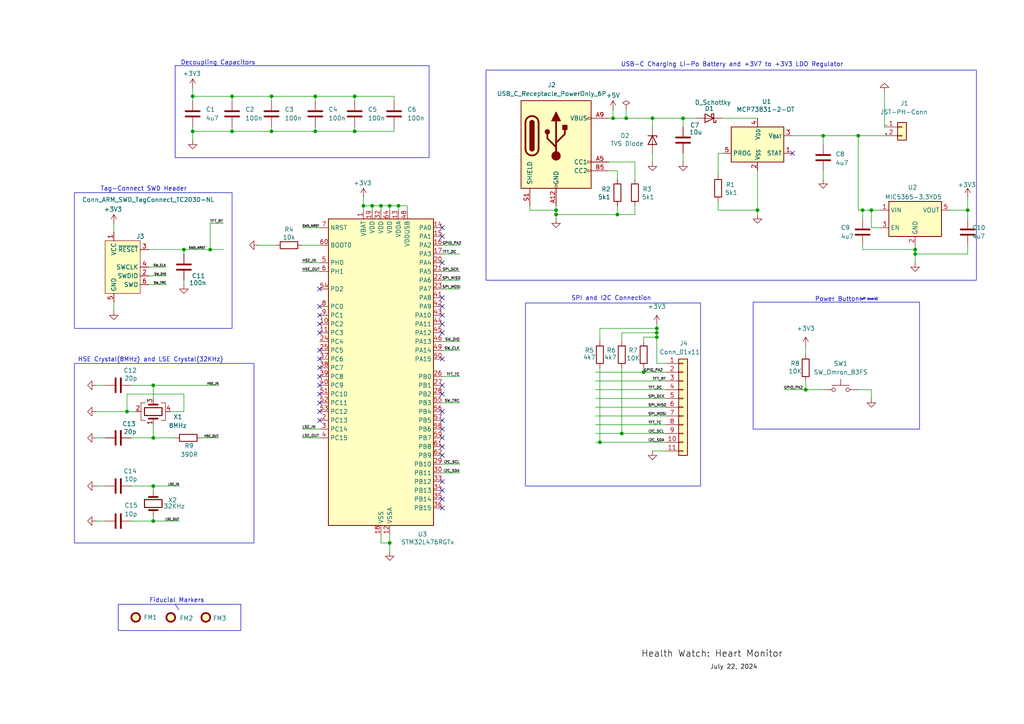
<source format=kicad_sch>
(kicad_sch (version 20231120) (generator "eeschema") (generator_version "8.0")
  (paper "A4")
  (junction (at 110.49 59.69))
  (junction (at 67.31 27.94))
  (junction (at 190.5 96.52))
  (junction (at 179.07 62.23))
  (junction (at 78.74 38.1))
  (junction (at 102.87 38.1))
  (junction (at 248.92 39.37))
  (junction (at 55.88 38.1))
  (junction (at 78.74 27.94))
  (junction (at 53.34 72.39))
  (junction (at 238.76 39.37))
  (junction (at 67.31 38.1))
  (junction (at 186.69 107.95))
  (junction (at 252.73 60.96))
  (junction (at 181.61 34.29))
  (junction (at 180.34 125.73))
  (junction (at 177.8 34.29))
  (junction (at 198.12 34.29))
  (junction (at 105.41 59.69))
  (junction (at 44.45 151.13))
  (junction (at 280.67 60.96))
  (junction (at 265.43 73.66))
  (junction (at 36.83 119.38))
  (junction (at 265.43 72.39))
  (junction (at 250.19 60.96))
  (junction (at 173.99 128.27))
  (junction (at 161.29 62.23))
  (junction (at 44.45 140.97))
  (junction (at 44.45 111.76))
  (junction (at 55.88 27.94))
  (junction (at 189.23 34.29))
  (junction (at 60.96 72.39))
  (junction (at 115.57 59.69))
  (junction (at 102.87 27.94))
  (junction (at 91.44 38.1))
  (junction (at 190.5 97.79))
  (junction (at 161.29 60.96))
  (junction (at 113.03 59.69))
  (junction (at 219.71 60.96))
  (junction (at 91.44 27.94))
  (junction (at 44.45 127))
  (junction (at 107.95 59.69))
  (junction (at 190.5 95.25))
  (junction (at 233.68 113.03))
  (junction (at 113.03 157.48))
  (no_connect (at 92.71 121.92))
  (no_connect (at 92.71 88.9))
  (no_connect (at 128.27 66.04))
  (no_connect (at 128.27 96.52))
  (no_connect (at 92.71 119.38))
  (no_connect (at 92.71 109.22))
  (no_connect (at 229.87 44.45))
  (no_connect (at 128.27 104.14))
  (no_connect (at 128.27 144.78))
  (no_connect (at 92.71 96.52))
  (no_connect (at 128.27 132.08))
  (no_connect (at 128.27 86.36))
  (no_connect (at 128.27 93.98))
  (no_connect (at 128.27 68.58))
  (no_connect (at 128.27 142.24))
  (no_connect (at 128.27 88.9))
  (no_connect (at 128.27 147.32))
  (no_connect (at 92.71 93.98))
  (no_connect (at 92.71 101.6))
  (no_connect (at 128.27 111.76))
  (no_connect (at 128.27 121.92))
  (no_connect (at 128.27 139.7))
  (no_connect (at 128.27 76.2))
  (no_connect (at 92.71 111.76))
  (no_connect (at 92.71 104.14))
  (no_connect (at 128.27 91.44))
  (no_connect (at 92.71 114.3))
  (no_connect (at 128.27 129.54))
  (no_connect (at 92.71 106.68))
  (no_connect (at 92.71 83.82))
  (no_connect (at 92.71 116.84))
  (no_connect (at 128.27 119.38))
  (no_connect (at 128.27 114.3))
  (no_connect (at 128.27 124.46))
  (no_connect (at 128.27 127))
  (no_connect (at 92.71 91.44))
  (wire (pts (xy 180.34 125.73) (xy 193.04 125.73)))
  (wire (pts (xy 265.43 71.12) (xy 265.43 72.39)))
  (wire (pts (xy 184.15 46.99) (xy 184.15 52.07)))
  (wire (pts (xy 113.03 157.48) (xy 113.03 160.02)))
  (wire (pts (xy 252.73 60.96) (xy 255.27 60.96)))
  (wire (pts (xy 128.27 78.74) (xy 133.35 78.74)))
  (wire (pts (xy 184.15 59.69) (xy 184.15 62.23)))
  (wire (pts (xy 44.45 140.97) (xy 38.1 140.97)))
  (wire (pts (xy 250.19 60.96) (xy 252.73 60.96)))
  (wire (pts (xy 198.12 34.29) (xy 198.12 36.83)))
  (wire (pts (xy 209.55 44.45) (xy 208.28 44.45)))
  (wire (pts (xy 265.43 73.66) (xy 280.67 73.66)))
  (wire (pts (xy 189.23 44.45) (xy 189.23 46.99)))
  (wire (pts (xy 233.68 110.49) (xy 233.68 113.03)))
  (wire (pts (xy 102.87 27.94) (xy 91.44 27.94)))
  (wire (pts (xy 115.57 60.96) (xy 115.57 59.69)))
  (wire (pts (xy 180.34 106.68) (xy 180.34 125.73)))
  (wire (pts (xy 208.28 44.45) (xy 208.28 50.8)))
  (wire (pts (xy 87.63 76.2) (xy 92.71 76.2)))
  (wire (pts (xy 91.44 27.94) (xy 91.44 29.21)))
  (wire (pts (xy 172.72 125.73) (xy 180.34 125.73)))
  (wire (pts (xy 53.34 81.28) (xy 53.34 82.55)))
  (wire (pts (xy 172.72 115.57) (xy 193.04 115.57)))
  (wire (pts (xy 186.69 107.95) (xy 193.04 107.95)))
  (wire (pts (xy 27.94 119.38) (xy 36.83 119.38)))
  (wire (pts (xy 113.03 60.96) (xy 113.03 59.69)))
  (wire (pts (xy 114.3 27.94) (xy 102.87 27.94)))
  (wire (pts (xy 248.92 113.03) (xy 252.73 113.03)))
  (wire (pts (xy 198.12 44.45) (xy 198.12 46.99)))
  (wire (pts (xy 113.03 154.94) (xy 113.03 157.48)))
  (wire (pts (xy 107.95 59.69) (xy 105.41 59.69)))
  (wire (pts (xy 58.42 127) (xy 63.5 127)))
  (wire (pts (xy 55.88 38.1) (xy 55.88 40.64)))
  (wire (pts (xy 30.48 151.13) (xy 27.94 151.13)))
  (wire (pts (xy 78.74 38.1) (xy 67.31 38.1)))
  (wire (pts (xy 186.69 97.79) (xy 186.69 99.06)))
  (wire (pts (xy 78.74 36.83) (xy 78.74 38.1)))
  (wire (pts (xy 179.07 59.69) (xy 179.07 62.23)))
  (wire (pts (xy 248.92 39.37) (xy 248.92 60.96)))
  (wire (pts (xy 208.28 58.42) (xy 208.28 60.96)))
  (wire (pts (xy 128.27 71.12) (xy 133.35 71.12)))
  (wire (pts (xy 102.87 27.94) (xy 102.87 29.21)))
  (wire (pts (xy 161.29 59.69) (xy 161.29 60.96)))
  (wire (pts (xy 30.48 140.97) (xy 27.94 140.97)))
  (wire (pts (xy 172.72 118.11) (xy 193.04 118.11)))
  (wire (pts (xy 238.76 39.37) (xy 238.76 41.91)))
  (wire (pts (xy 248.92 39.37) (xy 256.54 39.37)))
  (wire (pts (xy 53.34 72.39) (xy 60.96 72.39)))
  (wire (pts (xy 173.99 99.06) (xy 173.99 95.25)))
  (wire (pts (xy 110.49 157.48) (xy 113.03 157.48)))
  (wire (pts (xy 128.27 83.82) (xy 133.35 83.82)))
  (wire (pts (xy 250.19 60.96) (xy 248.92 60.96)))
  (wire (pts (xy 252.73 60.96) (xy 252.73 66.04)))
  (wire (pts (xy 233.68 100.33) (xy 233.68 102.87)))
  (wire (pts (xy 87.63 78.74) (xy 92.71 78.74)))
  (wire (pts (xy 181.61 31.75) (xy 181.61 34.29)))
  (wire (pts (xy 78.74 27.94) (xy 67.31 27.94)))
  (wire (pts (xy 238.76 49.53) (xy 238.76 52.07)))
  (wire (pts (xy 55.88 27.94) (xy 55.88 29.21)))
  (wire (pts (xy 189.23 34.29) (xy 198.12 34.29)))
  (wire (pts (xy 128.27 101.6) (xy 133.35 101.6)))
  (wire (pts (xy 44.45 151.13) (xy 38.1 151.13)))
  (wire (pts (xy 219.71 49.53) (xy 219.71 60.96)))
  (wire (pts (xy 172.72 123.19) (xy 193.04 123.19)))
  (wire (pts (xy 265.43 73.66) (xy 265.43 76.2)))
  (wire (pts (xy 110.49 60.96) (xy 110.49 59.69)))
  (wire (pts (xy 110.49 154.94) (xy 110.49 157.48)))
  (wire (pts (xy 36.83 119.38) (xy 39.37 119.38)))
  (wire (pts (xy 53.34 72.39) (xy 53.34 73.66)))
  (wire (pts (xy 161.29 62.23) (xy 161.29 63.5)))
  (wire (pts (xy 172.72 128.27) (xy 173.99 128.27)))
  (wire (pts (xy 55.88 25.4) (xy 55.88 27.94)))
  (wire (pts (xy 43.18 82.55) (xy 48.26 82.55)))
  (wire (pts (xy 172.72 110.49) (xy 193.04 110.49)))
  (wire (pts (xy 173.99 128.27) (xy 193.04 128.27)))
  (wire (pts (xy 67.31 27.94) (xy 67.31 29.21)))
  (wire (pts (xy 43.18 72.39) (xy 53.34 72.39)))
  (wire (pts (xy 60.96 72.39) (xy 60.96 64.77)))
  (wire (pts (xy 38.1 127) (xy 44.45 127)))
  (wire (pts (xy 44.45 127) (xy 50.8 127)))
  (wire (pts (xy 180.34 96.52) (xy 190.5 96.52)))
  (wire (pts (xy 280.67 60.96) (xy 275.59 60.96)))
  (wire (pts (xy 114.3 29.21) (xy 114.3 27.94)))
  (wire (pts (xy 128.27 99.06) (xy 133.35 99.06)))
  (wire (pts (xy 44.45 123.19) (xy 44.45 127)))
  (wire (pts (xy 44.45 149.86) (xy 44.45 151.13)))
  (wire (pts (xy 176.53 49.53) (xy 179.07 49.53)))
  (wire (pts (xy 250.19 71.12) (xy 250.19 72.39)))
  (wire (pts (xy 172.72 107.95) (xy 186.69 107.95)))
  (wire (pts (xy 60.96 64.77) (xy 64.77 64.77)))
  (wire (pts (xy 176.53 46.99) (xy 184.15 46.99)))
  (wire (pts (xy 177.8 34.29) (xy 181.61 34.29)))
  (wire (pts (xy 102.87 38.1) (xy 91.44 38.1)))
  (wire (pts (xy 179.07 62.23) (xy 161.29 62.23)))
  (wire (pts (xy 265.43 72.39) (xy 265.43 73.66)))
  (wire (pts (xy 33.02 87.63) (xy 33.02 90.17)))
  (wire (pts (xy 193.04 130.81) (xy 189.23 130.81)))
  (wire (pts (xy 128.27 116.84) (xy 133.35 116.84)))
  (wire (pts (xy 43.18 77.47) (xy 48.26 77.47)))
  (wire (pts (xy 233.68 113.03) (xy 238.76 113.03)))
  (wire (pts (xy 114.3 38.1) (xy 102.87 38.1)))
  (wire (pts (xy 87.63 127) (xy 92.71 127)))
  (wire (pts (xy 128.27 137.16) (xy 133.35 137.16)))
  (wire (pts (xy 181.61 34.29) (xy 189.23 34.29)))
  (wire (pts (xy 186.69 97.79) (xy 190.5 97.79)))
  (wire (pts (xy 27.94 111.76) (xy 30.48 111.76)))
  (wire (pts (xy 227.33 113.03) (xy 233.68 113.03)))
  (wire (pts (xy 118.11 60.96) (xy 118.11 59.69)))
  (wire (pts (xy 193.04 105.41) (xy 190.5 105.41)))
  (wire (pts (xy 198.12 34.29) (xy 201.93 34.29)))
  (wire (pts (xy 44.45 142.24) (xy 44.45 140.97)))
  (wire (pts (xy 172.72 120.65) (xy 193.04 120.65)))
  (wire (pts (xy 209.55 34.29) (xy 219.71 34.29)))
  (wire (pts (xy 44.45 151.13) (xy 52.07 151.13)))
  (wire (pts (xy 91.44 27.94) (xy 78.74 27.94)))
  (wire (pts (xy 36.83 114.3) (xy 36.83 119.38)))
  (wire (pts (xy 105.41 57.15) (xy 105.41 59.69)))
  (wire (pts (xy 52.07 140.97) (xy 44.45 140.97)))
  (wire (pts (xy 49.53 119.38) (xy 53.34 119.38)))
  (wire (pts (xy 113.03 59.69) (xy 110.49 59.69)))
  (wire (pts (xy 161.29 60.96) (xy 161.29 62.23)))
  (wire (pts (xy 128.27 109.22) (xy 133.35 109.22)))
  (wire (pts (xy 115.57 59.69) (xy 113.03 59.69)))
  (wire (pts (xy 153.67 60.96) (xy 161.29 60.96)))
  (wire (pts (xy 173.99 106.68) (xy 173.99 128.27)))
  (wire (pts (xy 189.23 34.29) (xy 189.23 36.83)))
  (wire (pts (xy 190.5 95.25) (xy 190.5 96.52)))
  (wire (pts (xy 38.1 111.76) (xy 44.45 111.76)))
  (wire (pts (xy 43.18 80.01) (xy 48.26 80.01)))
  (wire (pts (xy 256.54 36.83) (xy 256.54 26.67)))
  (wire (pts (xy 53.34 114.3) (xy 36.83 114.3)))
  (wire (pts (xy 128.27 81.28) (xy 133.35 81.28)))
  (wire (pts (xy 190.5 96.52) (xy 190.5 97.79)))
  (wire (pts (xy 208.28 60.96) (xy 219.71 60.96)))
  (wire (pts (xy 186.69 106.68) (xy 186.69 107.95)))
  (wire (pts (xy 255.27 66.04) (xy 252.73 66.04)))
  (wire (pts (xy 78.74 27.94) (xy 78.74 29.21)))
  (wire (pts (xy 105.41 59.69) (xy 105.41 60.96)))
  (wire (pts (xy 44.45 115.57) (xy 44.45 111.76)))
  (wire (pts (xy 91.44 38.1) (xy 78.74 38.1)))
  (wire (pts (xy 153.67 59.69) (xy 153.67 60.96)))
  (wire (pts (xy 250.19 60.96) (xy 250.19 63.5)))
  (wire (pts (xy 74.93 71.12) (xy 80.01 71.12)))
  (wire (pts (xy 33.02 64.77) (xy 33.02 67.31)))
  (wire (pts (xy 252.73 113.03) (xy 252.73 115.57)))
  (wire (pts (xy 172.72 113.03) (xy 193.04 113.03)))
  (wire (pts (xy 44.45 111.76) (xy 63.5 111.76)))
  (wire (pts (xy 87.63 71.12) (xy 92.71 71.12)))
  (wire (pts (xy 250.19 72.39) (xy 265.43 72.39)))
  (wire (pts (xy 184.15 62.23) (xy 179.07 62.23)))
  (wire (pts (xy 190.5 97.79) (xy 190.5 105.41)))
  (wire (pts (xy 219.71 60.96) (xy 219.71 62.23)))
  (wire (pts (xy 179.07 49.53) (xy 179.07 52.07)))
  (wire (pts (xy 114.3 36.83) (xy 114.3 38.1)))
  (wire (pts (xy 67.31 36.83) (xy 67.31 38.1)))
  (wire (pts (xy 280.67 60.96) (xy 280.67 63.5)))
  (wire (pts (xy 280.67 57.15) (xy 280.67 60.96)))
  (wire (pts (xy 177.8 31.75) (xy 177.8 34.29)))
  (wire (pts (xy 229.87 39.37) (xy 238.76 39.37)))
  (wire (pts (xy 180.34 99.06) (xy 180.34 96.52)))
  (wire (pts (xy 27.94 127) (xy 30.48 127)))
  (wire (pts (xy 118.11 59.69) (xy 115.57 59.69)))
  (wire (pts (xy 173.99 95.25) (xy 190.5 95.25)))
  (wire (pts (xy 238.76 39.37) (xy 248.92 39.37)))
  (wire (pts (xy 67.31 38.1) (xy 55.88 38.1)))
  (wire (pts (xy 87.63 66.04) (xy 92.71 66.04)))
  (wire (pts (xy 87.63 124.46) (xy 92.71 124.46)))
  (wire (pts (xy 176.53 34.29) (xy 177.8 34.29)))
  (wire (pts (xy 53.34 119.38) (xy 53.34 114.3)))
  (wire (pts (xy 107.95 60.96) (xy 107.95 59.69)))
  (wire (pts (xy 128.27 73.66) (xy 133.35 73.66)))
  (wire (pts (xy 128.27 134.62) (xy 133.35 134.62)))
  (wire (pts (xy 190.5 93.98) (xy 190.5 95.25)))
  (wire (pts (xy 91.44 36.83) (xy 91.44 38.1)))
  (wire (pts (xy 280.67 71.12) (xy 280.67 73.66)))
  (wire (pts (xy 102.87 36.83) (xy 102.87 38.1)))
  (wire (pts (xy 60.96 72.39) (xy 64.77 72.39)))
  (wire (pts (xy 67.31 27.94) (xy 55.88 27.94)))
  (wire (pts (xy 110.49 59.69) (xy 107.95 59.69)))
  (wire (pts (xy 55.88 38.1) (xy 55.88 36.83)))
  (rectangle (start 34.29 175.26) (end 69.85 182.88))
  (rectangle (start 50.8 19.05) (end 124.46 45.72))
  (rectangle (start 140.97 20.32) (end 283.21 81.28))
  (rectangle (start 152.4 87.884) (end 203.2 140.97))
  (rectangle (start 218.44 87.63) (end 266.7 124.46))
  (rectangle (start 21.59 55.88) (end 67.31 95.25))
  (rectangle (start 21.59 105.41) (end 73.66 157.48))
  (text "Decoupling Capacitors\n" (at 63.246 18.288 0) (effects (font (size 1.27 1.27))))
  (text "(off board)" (at 251.968 86.868 0) (effects (font (size 0.635 0.635))))
  (text "Health Watch: Heart Monitor" (at 206.502 189.738 0) (effects (font (size 1.905 1.905))))
  (text "Tag-Connect SWD Header" (at 41.656 54.864 0) (effects (font (size 1.27 1.27))))
  (text "USB-C Charging Li-Po Battery and +3V7 to +3V3 LDO Regulator\n\n" (at 212.344 19.812 0) (effects (font (size 1.27 1.27))))
  (text "Power Button\n" (at 242.824 86.868 0) (effects (font (size 1.27 1.27))))
  (text "SPI and I2C Connection\n" (at 177.292 86.614 0) (effects (font (size 1.27 1.27))))
  (text "HSE Crystal(8MHz) and LSE Crystal(32KHz)" (at 43.688 104.394 0) (effects (font (size 1.27 1.27))))
  (text "July 22, 2024" (at 212.852 193.548 0) (effects (font (size 1.27 1.27))))
  (text "Fiducial Markers\n\\" (at 51.308 175.26 0) (effects (font (size 1.27 1.27))))
  (label "I2C_SCL" (at 187.96 125.73 0) (effects (font (size 0.762 0.762))))
  (label "HSE_OUT" (at 63.5 127 180) (effects (font (size 0.635 0.635))))
  (label "HSE_OUT" (at 87.63 78.74 0) (effects (font (size 0.762 0.762))))
  (label "GPIO_PA2" (at 128.27 71.12 0) (effects (font (size 0.762 0.762))))
  (label "TFT_DC" (at 128.27 73.66 0) (effects (font (size 0.762 0.762))))
  (label "LSE_OUT" (at 52.07 151.13 180) (effects (font (size 0.635 0.635))))
  (label "SPI_MISO" (at 128.27 81.28 0) (effects (font (size 0.762 0.762))))
  (label "SPI_MOSI" (at 187.96 120.65 0) (effects (font (size 0.762 0.762))))
  (label "LSE_IN" (at 87.63 124.46 0) (effects (font (size 0.762 0.762))))
  (label "SWD_NRST" (at 87.63 66.04 0) (effects (font (size 0.635 0.635))))
  (label "TFT_TC" (at 187.96 123.19 0) (effects (font (size 0.762 0.762))))
  (label "TFT_DC" (at 187.96 113.03 0) (effects (font (size 0.762 0.762))))
  (label "SW_DIO" (at 133.35 99.06 180) (effects (font (size 0.762 0.762))))
  (label "+" (at 256.54 39.37 0) (effects (font (size 0.635 0.635))))
  (label "TFT_TC" (at 133.35 109.22 180) (effects (font (size 0.762 0.762))))
  (label "HSE_IN" (at 87.63 76.2 0) (effects (font (size 0.762 0.762))))
  (label "SPI_SCK" (at 128.27 78.74 0) (effects (font (size 0.762 0.762))))
  (label "SW_CLK" (at 133.35 101.6 180) (effects (font (size 0.762 0.762))))
  (label "SPI_MISO" (at 187.96 118.11 0) (effects (font (size 0.762 0.762))))
  (label "-" (at 256.54 36.83 0) (effects (font (size 0.635 0.635))))
  (label "I2C_SCL" (at 133.35 134.62 180) (effects (font (size 0.762 0.762))))
  (label "I2C_SDA" (at 133.35 137.16 180) (effects (font (size 0.762 0.762))))
  (label "LSE_IN" (at 52.07 140.97 180) (effects (font (size 0.635 0.635))))
  (label "I2C_SDA" (at 187.96 128.27 0) (effects (font (size 0.762 0.762))))
  (label "SW_CLK" (at 48.26 77.47 180) (effects (font (size 0.635 0.635))))
  (label "LSE_OUT" (at 87.63 127 0) (effects (font (size 0.762 0.762))))
  (label "SW_DIO" (at 48.26 80.01 180) (effects (font (size 0.635 0.635))))
  (label "SPI_MOSI" (at 128.27 83.82 0) (effects (font (size 0.762 0.762))))
  (label "SPI_SCK" (at 187.96 115.57 0) (effects (font (size 0.762 0.762))))
  (label "GPIO_PA2" (at 227.33 113.03 0) (effects (font (size 0.762 0.762))))
  (label "TFT_RT" (at 189.23 110.49 0) (effects (font (size 0.762 0.762))))
  (label "TFT_RT" (at 64.77 64.77 180) (effects (font (size 0.762 0.762))))
  (label "GPIO_PA2" (at 186.69 107.95 0) (effects (font (size 0.762 0.762))))
  (label "SWD_NRST" (at 59.69 72.39 180) (effects (font (size 0.635 0.635))))
  (label "HSE_IN" (at 63.5 111.76 180) (effects (font (size 0.635 0.635))))
  (label "SW_TRC" (at 133.35 116.84 180) (effects (font (size 0.762 0.762))))
  (label "SW_TRC" (at 48.26 82.55 180) (effects (font (size 0.635 0.635))))
  (symbol (lib_id "power:GND") (at 74.93 71.12 270) (unit 1)
    (property "Reference" "#PWR012" (effects (hide yes)))
    (property "Value" "GND" (effects (hide yes)))
    (property "Description" "Power symbol creates a global label with name \"GND\" , ground" (effects (hide yes)))
  )
  (symbol (lib_id "Device:C") (at 34.29 140.97 270) (unit 1)
    (property "Reference" "C14" (at 35.814 136.652 90) (effects (justify left)))
    (property "Value" "10p" (at 36.068 138.938 90) (effects (justify left)))
    (property "Footprint" "Capacitor_SMD:C_0402_1005Metric" (effects (hide yes)))
    (property "Description" "Unpolarized capacitor" (effects (hide yes)))
    (property "Distrubutor Link" "https://www.mouser.com/ProductDetail/TAIYO-YUDEN/MBASU105SCH100JFNA01?qs=HFfMDpzxxd0g7wV8xJjM8Q%3D%3D" (effects (hide yes)))
    (property "Manufacturer" "TAIYO YUDEN" (effects (hide yes)))
    (property "Manufacturer Part Number" "MBASU105SCH100JFNA01" (effects (hide yes)))
  )
  (symbol (lib_id "Device:Crystal_GND24") (at 44.45 119.38 90) (unit 1)
    (property "Reference" "X1" (at 51.562 120.904 90))
    (property "Value" "8MHz" (at 51.562 123.444 90))
    (property "Footprint" "Crystal:Crystal_SMD_3225-4Pin_3.2x2.5mm" (effects (hide yes)))
    (property "Description" "Four pin crystal, GND on pins 2 and 4" (effects (hide yes)))
    (property "Distrubutor Link" "https://www.mouser.com/ProductDetail/ECS/ECS-2016MV-080-DN-TR?qs=3Rah4i%252BhyCF9jcrLdRF3LQ%3D%3D" (effects (hide yes)))
    (property "Manufacturer" "ECS" (effects (hide yes)))
    (property "Manufacturer Part Number" "ECS-2016MV-080-DN-TR" (effects (hide yes)))
  )
  (symbol (lib_id "Connector_Generic:Conn_01x02") (at 261.62 36.83 0) (unit 1)
    (property "Reference" "J1" (at 261.112 29.972 0) (effects (justify left)))
    (property "Value" "JST-PH-Conn" (at 255.27 32.512 0) (effects (justify left)))
    (property "Footprint" "Health_Watch:CONN_S2B-PH-K-S_JST" (effects (hide yes)))
    (property "Description" "Generic connector, single row, 01x02, script generated (kicad-library-utils/schlib/autogen/connector/)" (effects (hide yes)))
    (property "Distrubutor Link" "https://www.digikey.com/en/products/detail/jst-sales-america-inc/S2B-PH-K-S/926626" (effects (hide yes)))
    (property "Manufacturer" "	 JST Sales America Inc." (effects (hide yes)))
    (property "Manufacturer Part Number" "	 S2B-PH-K-S" (effects (hide yes)))
  )
  (symbol (lib_id "power:GND") (at 113.03 160.02 0) (unit 1)
    (property "Reference" "#PWR025" (effects (hide yes)))
    (property "Value" "GND" (effects (hide yes)))
    (property "Description" "Power symbol creates a global label with name \"GND\" , ground" (effects (hide yes)))
  )
  (symbol (lib_id "Device:R") (at 54.61 127 90) (unit 1)
    (property "Reference" "R9" (at 54.864 129.286 90))
    (property "Value" "390R" (at 54.864 131.826 90))
    (property "Footprint" "Resistor_SMD:R_0603_1608Metric" (effects (hide yes)))
    (property "Description" "Resistor" (effects (hide yes)))
    (property "Distrubutor Link" "https://www.mouser.com/ProductDetail/Panasonic/ERJ-PA3F3900V?qs=BzJM0faLVqWJGJ93pXcUAw%3D%3D" (effects (hide yes)))
    (property "Manufacturer" "Panasonic" (effects (hide yes)))
    (property "Manufacturer Part Number" "ERJ-PA3F3900V" (effects (hide yes)))
  )
  (symbol (lib_id "power:+3V3") (at 190.5 93.98 0) (unit 1)
    (property "Reference" "#PWR016" (effects (hide yes)))
    (property "Value" "+3V3" (at 190.5 88.9 0))
    (property "Description" "Power symbol creates a global label with name \"+3V3\"" (effects (hide yes)))
  )
  (symbol (lib_id "power:+3V3") (at 233.68 100.33 0) (unit 1)
    (property "Reference" "#PWR017" (effects (hide yes)))
    (property "Value" "+3V3" (at 233.68 95.25 0))
    (property "Description" "Power symbol creates a global label with name \"+3V3\"" (effects (hide yes)))
  )
  (symbol (lib_id "Device:R") (at 184.15 55.88 180) (unit 1)
    (property "Reference" "R3" (at 187.706 54.864 0))
    (property "Value" "5k1" (at 187.96 57.15 0))
    (property "Footprint" "Resistor_SMD:R_0402_1005Metric" (effects (hide yes)))
    (property "Description" "Resistor" (effects (hide yes)))
    (property "Distrubutor Link" "https://www.mouser.com/ProductDetail/Vishay-Beyschlag/MCS04020C5101FE000?qs=wTZ%2FFzl837YsKPLPRIXUbg%3D%3D" (effects (hide yes)))
    (property "Manufacturer" "Vishay / Beyschlag" (effects (hide yes)))
    (property "Manufacturer Part Number" "MCS04020C5101FE000" (effects (hide yes)))
  )
  (symbol (lib_id "Device:Crystal") (at 44.45 146.05 270) (unit 1)
    (property "Reference" "X2" (at 50.038 145.034 90))
    (property "Value" "32KHz" (at 50.546 146.812 90))
    (property "Footprint" "Crystal:Crystal_SMD_EuroQuartz_EQ161-2Pin_3.2x1.5mm" (effects (hide yes)))
    (property "Description" "Two pin crystal" (effects (hide yes)))
    (property "Distrubutor Link" "https://www.mouser.com/ProductDetail/Epson-Timing/FC-135R-32.7680KA-A3?qs=f9yNj16SXrIR19rZDPQCyw%3D%3D" (effects (hide yes)))
    (property "Manufacturer" "Epson Timing" (effects (hide yes)))
    (property "Manufacturer Part Number" "FC-135R 32.7680KA-A3" (effects (hide yes)))
  )
  (symbol (lib_id "Device:C") (at 34.29 151.13 270) (unit 1)
    (property "Reference" "C15" (at 36.068 146.558 90) (effects (justify left)))
    (property "Value" "10p" (at 36.068 149.098 90) (effects (justify left)))
    (property "Footprint" "Capacitor_SMD:C_0402_1005Metric" (effects (hide yes)))
    (property "Description" "Unpolarized capacitor" (effects (hide yes)))
    (property "Distrubutor Link" "https://www.mouser.com/ProductDetail/TAIYO-YUDEN/MBASU105SCH100JFNA01?qs=HFfMDpzxxd0g7wV8xJjM8Q%3D%3D" (effects (hide yes)))
    (property "Manufacturer" "TAIYO YUDEN" (effects (hide yes)))
    (property "Manufacturer Part Number" "MBASU105SCH100JFNA01" (effects (hide yes)))
  )
  (symbol (lib_id "power:+3V3") (at 33.02 64.77 0) (unit 1)
    (property "Reference" "#PWR011" (effects (hide yes)))
    (property "Value" "+3V3" (at 32.766 60.706 0))
    (property "Description" "Power symbol creates a global label with name \"+3V3\"" (effects (hide yes)))
  )
  (symbol (lib_id "MCU_ST_STM32L4:STM32L476RGTx") (at 110.49 109.22 0) (unit 1)
    (property "Reference" "U3" (at 121.158 154.94 0) (effects (justify left)))
    (property "Value" "STM32L476RGTx" (at 116.332 157.226 0) (effects (justify left)))
    (property "Footprint" "Package_QFP:LQFP-64_10x10mm_P0.5mm" (effects (hide yes)))
    (property "Datasheet" "https://www.st.com/resource/en/datasheet/stm32l476rg.pdf" (effects (hide yes)))
    (property "Description" "STMicroelectronics Arm Cortex-M4 MCU, 1024KB flash, 128KB RAM, 80 MHz, 1.71-3.6V, 51 GPIO, LQFP64" (effects (hide yes)))
    (property "Distrubutor Link" "https://www.mouser.com/ProductDetail/STMicroelectronics/STM32L476RGT6?qs=o58qnh%2FCpu44V%252B7CaDZzCA%3D%3D" (effects (hide yes)))
    (property "Manufacturer" "STMicroelectronics" (effects (hide yes)))
    (property "Manufacturer Part Number" "STM32L476RGT6" (effects (hide yes)))
  )
  (symbol (lib_id "power:PWR_FLAG") (at 181.61 31.75 0) (unit 1)
    (property "Reference" "#FLG01" (effects (hide yes)))
    (property "Value" "PWR_FLAG" (effects (hide yes)))
    (property "Description" "Special symbol for telling ERC where power comes from" (effects (hide yes)))
  )
  (symbol (lib_id "Device:C") (at 114.3 33.02 0) (unit 1)
    (property "Reference" "C6" (at 118.11 31.7499 0) (effects (justify left)))
    (property "Value" "100n" (at 118.11 34.2899 0) (effects (justify left)))
    (property "Footprint" "Capacitor_SMD:C_0402_1005Metric" (effects (hide yes)))
    (property "Description" "Unpolarized capacitor" (effects (hide yes)))
    (property "Distrubutor Link" "https://www.mouser.com/ProductDetail/KYOCERA-AVX/0402X7R104KT7AT?qs=DPoM0jnrROXD467pFR2ukA%3D%3D" (effects (hide yes)))
    (property "Manufacturer" "KYOCERA AVX" (effects (hide yes)))
    (property "Manufacturer Part Number" "0402X7R104KT7AT" (effects (hide yes)))
  )
  (symbol (lib_id "Regulator_Linear:MIC5365-3.3YD5") (at 265.43 63.5 0) (unit 1)
    (property "Reference" "U2" (at 264.668 54.356 0))
    (property "Value" "MIC5365-3.3YD5" (at 264.922 57.15 0))
    (property "Footprint" "Package_TO_SOT_SMD:SOT-23-5" (effects (hide yes)))
    (property "Datasheet" "http://ww1.microchip.com/downloads/en/DeviceDoc/mic5365.pdf" (effects (hide yes)))
    (property "Description" "150mA Low-dropout Voltage Regulator, Vout 3.3V, Vin up to 5.5V, SOT-23-5" (effects (hide yes)))
    (property "Distrubutor Link" "https://www.mouser.com/ProductDetail/Microchip-Technology/MIC5365-3.3YD5-TR?qs=U6T8BxXiZAXzRinbbfZRrg%3D%3D" (effects (hide yes)))
    (property "Manufacturer" "Microchip Technology" (effects (hide yes)))
    (property "Manufacturer Part Number" "MIC5365-3.3YD5-TR" (effects (hide yes)))
  )
  (symbol (lib_id "Diode:PTVS5V0Z1USK") (at 189.23 40.64 270) (unit 1)
    (property "Reference" "D2" (at 182.626 39.37 90) (effects (justify right)))
    (property "Value" "TVS Diode" (at 186.69 41.656 90) (effects (justify right)))
    (property "Footprint" "Diode_SMD:D_SOD-923" (effects (hide yes)))
    (property "Datasheet" "https://assets.nexperia.com/documents/data-sheet/PTVS5V0Z1USK.pdf" (effects (hide yes)))
    (property "Description" "5V, 1200W TVS unidirectional diode, DSN1608-2" (effects (hide yes)))
    (property "Distrubutor Link" "https://www.mouser.com/ProductDetail/onsemi/ESD9B5.0ST5G?qs=HL4IEvuNMQqfrGPZiLZXfQ%3D%3D" (effects (hide yes)))
    (property "Manufacturer" "onsemi" (effects (hide yes)))
    (property "Manufacturer Part Number" "ESD9B5.0ST5G" (effects (hide yes)))
  )
  (symbol (lib_id "power:GND") (at 198.12 46.99 0) (unit 1)
    (property "Reference" "#PWR05" (effects (hide yes)))
    (property "Value" "GND" (effects (hide yes)))
    (property "Description" "Power symbol creates a global label with name \"GND\" , ground" (effects (hide yes)))
  )
  (symbol (lib_id "Device:R") (at 208.28 54.61 180) (unit 1)
    (property "Reference" "R1" (at 211.836 53.594 0))
    (property "Value" "5k1" (at 212.09 55.88 0))
    (property "Footprint" "Resistor_SMD:R_0402_1005Metric" (effects (hide yes)))
    (property "Description" "Resistor" (effects (hide yes)))
    (property "Distrubutor Link" "https://www.mouser.com/ProductDetail/Vishay-Beyschlag/MCS04020C5101FE000?qs=wTZ%2FFzl837YsKPLPRIXUbg%3D%3D" (effects (hide yes)))
    (property "Manufacturer" "Vishay / Beyschlag" (effects (hide yes)))
    (property "Manufacturer Part Number" "MCS04020C5101FE000" (effects (hide yes)))
  )
  (symbol (lib_id "Device:R") (at 233.68 106.68 180) (unit 1) (in_bom no) (on_board no)
    (property "Reference" "R8" (at 230.632 105.41 0))
    (property "Value" "10K" (at 230.632 107.696 0))
    (property "Footprint" "Resistor_SMD:R_0603_1608Metric" (effects (hide yes)))
    (property "Description" "Resistor" (effects (hide yes)))
  )
  (symbol (lib_id "Device:C") (at 198.12 40.64 0) (unit 1)
    (property "Reference" "C7" (at 200.152 36.322 0) (effects (justify left)))
    (property "Value" "10u" (at 199.898 38.354 0) (effects (justify left)))
    (property "Footprint" "Capacitor_SMD:C_0805_2012Metric" (effects (hide yes)))
    (property "Description" "Unpolarized capacitor" (effects (hide yes)))
    (property "Distrubutor Link" "https://www.mouser.com/ProductDetail/TAIYO-YUDEN/TMK212BBJ106KG8T?qs=DPoM0jnrROXqgS%2FUkxgBrw%3D%3D" (effects (hide yes)))
    (property "Manufacturer" "TAIYO YUDEN" (effects (hide yes)))
    (property "Manufacturer Part Number" "TMK212BBJ106KG8T" (effects (hide yes)))
  )
  (symbol (lib_id "Device:C") (at 91.44 33.02 0) (unit 1)
    (property "Reference" "C4" (at 95.25 31.7499 0) (effects (justify left)))
    (property "Value" "100n" (at 95.25 34.2899 0) (effects (justify left)))
    (property "Footprint" "Capacitor_SMD:C_0402_1005Metric" (effects (hide yes)))
    (property "Description" "Unpolarized capacitor" (effects (hide yes)))
    (property "Distrubutor Link" "https://www.mouser.com/ProductDetail/KYOCERA-AVX/0402X7R104KT7AT?qs=DPoM0jnrROXD467pFR2ukA%3D%3D" (effects (hide yes)))
    (property "Manufacturer" "KYOCERA AVX" (effects (hide yes)))
    (property "Manufacturer Part Number" "0402X7R104KT7AT" (effects (hide yes)))
  )
  (symbol (lib_id "Mechanical:Fiducial") (at 49.53 179.07 0) (unit 1) (exclude_from_sim yes) (in_bom no)
    (property "Reference" "FM2" (at 52.07 179.324 0) (effects (justify left)))
    (property "Value" "Fiducial" (effects (hide yes)))
    (property "Footprint" "Fiducial:Fiducial_0.75mm_Mask1.5mm" (effects (hide yes)))
    (property "Description" "Fiducial Marker" (effects (hide yes)))
  )
  (symbol (lib_id "Device:C") (at 102.87 33.02 0) (unit 1)
    (property "Reference" "C5" (at 106.68 31.7499 0) (effects (justify left)))
    (property "Value" "100n" (at 106.68 34.2899 0) (effects (justify left)))
    (property "Footprint" "Capacitor_SMD:C_0402_1005Metric" (effects (hide yes)))
    (property "Description" "Unpolarized capacitor" (effects (hide yes)))
    (property "Distrubutor Link" "https://www.mouser.com/ProductDetail/KYOCERA-AVX/0402X7R104KT7AT?qs=DPoM0jnrROXD467pFR2ukA%3D%3D" (effects (hide yes)))
    (property "Manufacturer" "KYOCERA AVX" (effects (hide yes)))
    (property "Manufacturer Part Number" "0402X7R104KT7AT" (effects (hide yes)))
  )
  (symbol (lib_id "Switch:SW_Omron_B3FS") (at 243.84 113.03 0) (unit 1)
    (property "Reference" "SW1" (at 243.84 105.41 0))
    (property "Value" "SW_Omron_B3FS" (at 243.84 107.95 0))
    (property "Footprint" "Button_Switch_THT:SW_TH_Tactile_Omron_B3F-10xx" (effects (hide yes)))
    (property "Datasheet" "https://omronfs.omron.com/en_US/ecb/products/pdf/en-b3fs.pdf" (effects (hide yes)))
    (property "Description" "Omron B3FS 6x6mm single pole normally-open tactile switch" (effects (hide yes)))
  )
  (symbol (lib_id "Device:R") (at 180.34 102.87 180) (unit 1)
    (property "Reference" "R6" (at 177.292 101.6 0))
    (property "Value" "4k7" (at 177.038 103.632 0))
    (property "Footprint" "Resistor_SMD:R_0402_1005Metric" (effects (hide yes)))
    (property "Description" "Resistor" (effects (hide yes)))
    (property "Distrubutor Link" "https://www.mouser.com/ProductDetail/Vishay-Dale/CRCW04024K70FKEDC?qs=E3Y5ESvWgWMhkkkEGGyyBQ%3D%3D" (effects (hide yes)))
    (property "Manufacturer" "Vishay / Dale" (effects (hide yes)))
    (property "Manufacturer Part Number" "CRCW04024K70FKEDC" (effects (hide yes)))
  )
  (symbol (lib_id "Connector:Conn_ARM_SWD_TagConnect_TC2030-NL") (at 35.56 77.47 0) (unit 1) (in_bom no)
    (property "Reference" "J3" (at 41.91 68.58 0) (effects (justify right)))
    (property "Value" "Conn_ARM_SWD_TagConnect_TC2030-NL" (at 62.23 57.912 0) (effects (justify right)))
    (property "Footprint" "Connector:Tag-Connect_TC2030-IDC-NL_2x03_P1.27mm_Vertical" (effects (hide yes)))
    (property "Datasheet" "https://www.tag-connect.com/wp-content/uploads/bsk-pdf-manager/TC2030-CTX_1.pdf" (effects (hide yes)))
    (property "Description" "Tag-Connect ARM Cortex SWD JTAG connector, 6 pin, no legs" (effects (hide yes)))
  )
  (symbol (lib_id "power:+5V") (at 177.8 31.75 0) (unit 1)
    (property "Reference" "#PWR03" (effects (hide yes)))
    (property "Value" "+5V" (at 177.8 27.686 0))
    (property "Description" "Power symbol creates a global label with name \"+5V\"" (effects (hide yes)))
  )
  (symbol (lib_id "Device:C") (at 34.29 111.76 270) (unit 1)
    (property "Reference" "C12" (at 35.814 107.442 90) (effects (justify left)))
    (property "Value" "20p" (at 36.068 109.728 90) (effects (justify left)))
    (property "Footprint" "Capacitor_SMD:C_0402_1005Metric" (effects (hide yes)))
    (property "Description" "Unpolarized capacitor" (effects (hide yes)))
    (property "Distrubutor Link" "https://www.mouser.com/ProductDetail/KEMET/C0402C200F5GACTU?qs=6j%252BeEuyKpjUVwvZ04nQbhg%3D%3D" (effects (hide yes)))
    (property "Manufacturer" "KEMET" (effects (hide yes)))
    (property "Manufacturer Part Number" "C0402C200F5GACTU" (effects (hide yes)))
  )
  (symbol (lib_id "Device:R") (at 179.07 55.88 180) (unit 1)
    (property "Reference" "R2" (at 175.768 54.864 0))
    (property "Value" "5k1" (at 175.26 57.15 0))
    (property "Footprint" "Resistor_SMD:R_0402_1005Metric" (effects (hide yes)))
    (property "Description" "Resistor" (effects (hide yes)))
    (property "Distrubutor Link" "https://www.mouser.com/ProductDetail/Vishay-Beyschlag/MCS04020C5101FE000?qs=wTZ%2FFzl837YsKPLPRIXUbg%3D%3D" (effects (hide yes)))
    (property "Manufacturer" "Vishay / Beyschlag" (effects (hide yes)))
    (property "Manufacturer Part Number" "MCS04020C5101FE000" (effects (hide yes)))
  )
  (symbol (lib_id "Mechanical:Fiducial") (at 39.37 179.07 0) (unit 1) (exclude_from_sim yes) (in_bom no)
    (property "Reference" "FM1" (at 41.656 179.07 0) (effects (justify left)))
    (property "Value" "Fiducial" (effects (hide yes)))
    (property "Footprint" "Fiducial:Fiducial_0.75mm_Mask1.5mm" (effects (hide yes)))
    (property "Description" "Fiducial Marker" (effects (hide yes)))
  )
  (symbol (lib_id "Device:C") (at 34.29 127 90) (unit 1)
    (property "Reference" "C13" (at 39.37 122.936 90) (effects (justify left)))
    (property "Value" "20p" (at 39.624 125.222 90) (effects (justify left)))
    (property "Footprint" "Capacitor_SMD:C_0402_1005Metric" (effects (hide yes)))
    (property "Description" "Unpolarized capacitor" (effects (hide yes)))
    (property "Distrubutor Link" "https://www.mouser.com/ProductDetail/KEMET/C0402C200F5GACTU?qs=6j%252BeEuyKpjUVwvZ04nQbhg%3D%3D" (effects (hide yes)))
    (property "Manufacturer" "KEMET" (effects (hide yes)))
    (property "Manufacturer Part Number" "C0402C200F5GACTU" (effects (hide yes)))
  )
  (symbol (lib_id "Device:C") (at 55.88 33.02 0) (unit 1)
    (property "Reference" "C1" (at 59.69 31.7499 0) (effects (justify left)))
    (property "Value" "4u7" (at 59.69 34.2899 0) (effects (justify left)))
    (property "Footprint" "Capacitor_SMD:C_0603_1608Metric" (effects (hide yes)))
    (property "Description" "Unpolarized capacitor" (effects (hide yes)))
    (property "Distrubutor Link" "https://www.mouser.com/ProductDetail/TAIYO-YUDEN/LMK107BJ475KA-T?qs=PzICbMaShUfCoRlxZeLF0g%3D%3D" (effects (hide yes)))
    (property "Manufacturer" "TAIYO YUDEN" (effects (hide yes)))
    (property "Manufacturer Part Number" "LMK107BJ475KA-T" (effects (hide yes)))
  )
  (symbol (lib_id "power:GND") (at 189.23 130.81 0) (unit 1)
    (property "Reference" "#PWR022" (effects (hide yes)))
    (property "Value" "GND" (effects (hide yes)))
    (property "Description" "Power symbol creates a global label with name \"GND\" , ground" (effects (hide yes)))
  )
  (symbol (lib_id "Device:D_Schottky") (at 205.74 34.29 180) (unit 1)
    (property "Reference" "D1" (at 205.74 31.496 0))
    (property "Value" "D_Schottky" (at 206.756 29.718 0))
    (property "Footprint" "Diode_SMD:D_SOD-523" (effects (hide yes)))
    (property "Description" "Schottky diode" (effects (hide yes)))
    (property "Distrubutor Link" "https://www.mouser.com/ProductDetail/Diodes-Incorporated/ZHCS350TA?qs=%2F4dsY8i%2FUxLp1LQSBxPJBA%3D%3D" (effects (hide yes)))
    (property "Manufacturer" "Diodes Incorporated" (effects (hide yes)))
    (property "Manufacturer Part Number" " ZHCS350TA" (effects (hide yes)))
  )
  (symbol (lib_id "power:GND") (at 219.71 62.23 0) (unit 1)
    (property "Reference" "#PWR09" (effects (hide yes)))
    (property "Value" "GND" (effects (hide yes)))
    (property "Description" "Power symbol creates a global label with name \"GND\" , ground" (effects (hide yes)))
  )
  (symbol (lib_id "Mechanical:Fiducial") (at 59.69 179.07 0) (unit 1) (exclude_from_sim yes) (in_bom no)
    (property "Reference" "FM3" (at 61.722 179.324 0) (effects (justify left)))
    (property "Value" "Fiducial" (effects (hide yes)))
    (property "Footprint" "Fiducial:Fiducial_0.75mm_Mask1.5mm" (effects (hide yes)))
    (property "Description" "Fiducial Marker" (effects (hide yes)))
  )
  (symbol (lib_id "Device:C") (at 238.76 45.72 0) (unit 1)
    (property "Reference" "C8" (at 242.316 44.704 0) (effects (justify left)))
    (property "Value" "4u7" (at 242.316 47.244 0) (effects (justify left)))
    (property "Footprint" "Capacitor_SMD:C_0603_1608Metric" (effects (hide yes)))
    (property "Description" "Unpolarized capacitor" (effects (hide yes)))
    (property "Distrubutor Link" "https://www.mouser.com/ProductDetail/TAIYO-YUDEN/LMK107BJ475KA-T?qs=PzICbMaShUfCoRlxZeLF0g%3D%3D" (effects (hide yes)))
    (property "Manufacturer" "TAIYO YUDEN" (effects (hide yes)))
    (property "Manufacturer Part Number" "LMK107BJ475KA-T" (effects (hide yes)))
  )
  (symbol (lib_id "power:GND") (at 27.94 119.38 270) (unit 1)
    (property "Reference" "#PWR020" (effects (hide yes)))
    (property "Value" "GND" (effects (hide yes)))
    (property "Description" "Power symbol creates a global label with name \"GND\" , ground" (effects (hide yes)))
  )
  (symbol (lib_id "Connector_Generic:Conn_01x11") (at 198.12 118.11 0) (unit 1)
    (property "Reference" "J4" (at 197.104 99.568 0) (effects (justify left)))
    (property "Value" "Conn_01x11" (at 191.262 102.108 0) (effects (justify left)))
    (property "Footprint" "Connector_PinHeader_1.00mm:01x10_Conn_Hole" (effects (hide yes)))
    (property "Description" "Generic connector, single row, 01x11, script generated (kicad-library-utils/schlib/autogen/connector/)" (effects (hide yes)))
  )
  (symbol (lib_id "power:GND") (at 55.88 40.64 0) (unit 1)
    (property "Reference" "#PWR04" (effects (hide yes)))
    (property "Value" "GND" (effects (hide yes)))
    (property "Description" "Power symbol creates a global label with name \"GND\" , ground" (effects (hide yes)))
  )
  (symbol (lib_id "power:GND") (at 27.94 111.76 270) (unit 1)
    (property "Reference" "#PWR018" (effects (hide yes)))
    (property "Value" "GND" (effects (hide yes)))
    (property "Description" "Power symbol creates a global label with name \"GND\" , ground" (effects (hide yes)))
  )
  (symbol (lib_id "power:GND") (at 27.94 140.97 270) (unit 1)
    (property "Reference" "#PWR023" (effects (hide yes)))
    (property "Value" "GND" (effects (hide yes)))
    (property "Description" "Power symbol creates a global label with name \"GND\" , ground" (effects (hide yes)))
  )
  (symbol (lib_id "Connector:USB_C_Receptacle_PowerOnly_6P") (at 161.29 41.91 0) (unit 1)
    (property "Reference" "J2" (at 160.02 24.638 0))
    (property "Value" "USB_C_Receptacle_PowerOnly_6P" (at 160.02 27.178 0))
    (property "Footprint" "Connector_USB:USB_C_Receptacle_GCT_USB4125-xx-x_6P_TopMnt_Horizontal" (effects (hide yes)))
    (property "Datasheet" "https://www.usb.org/sites/default/files/documents/usb_type-c.zip" (effects (hide yes)))
    (property "Description" "USB Power-Only 6P Type-C Receptacle connector" (effects (hide yes)))
    (property "Distrubutor Link" "https://www.mouser.com/ProductDetail/GCT/USB4125-GF-A?qs=KUoIvG%2F9IlaIQ4zBJ6gLeA%3D%3D" (effects (hide yes)))
    (property "Manufacturer" "GCT" (effects (hide yes)))
    (property "Manufacturer Part Number" "USB4125-GF-A" (effects (hide yes)))
  )
  (symbol (lib_id "power:GND") (at 27.94 151.13 270) (unit 1)
    (property "Reference" "#PWR024" (effects (hide yes)))
    (property "Value" "GND" (effects (hide yes)))
    (property "Description" "Power symbol creates a global label with name \"GND\" , ground" (effects (hide yes)))
  )
  (symbol (lib_id "Device:C") (at 78.74 33.02 0) (unit 1)
    (property "Reference" "C3" (at 82.55 31.7499 0) (effects (justify left)))
    (property "Value" "100n" (at 82.55 34.2899 0) (effects (justify left)))
    (property "Footprint" "Capacitor_SMD:C_0402_1005Metric" (effects (hide yes)))
    (property "Description" "Unpolarized capacitor" (effects (hide yes)))
    (property "Distrubutor Link" "https://www.mouser.com/ProductDetail/KYOCERA-AVX/0402X7R104KT7AT?qs=DPoM0jnrROXD467pFR2ukA%3D%3D" (effects (hide yes)))
    (property "Manufacturer" "KYOCERA AVX" (effects (hide yes)))
    (property "Manufacturer Part Number" "0402X7R104KT7AT" (effects (hide yes)))
  )
  (symbol (lib_id "Device:R") (at 173.99 102.87 180) (unit 1)
    (property "Reference" "R5" (at 170.942 101.6 0))
    (property "Value" "4k7" (at 170.942 103.632 0))
    (property "Footprint" "Resistor_SMD:R_0402_1005Metric" (effects (hide yes)))
    (property "Description" "Resistor" (effects (hide yes)))
    (property "Distrubutor Link" "https://www.mouser.com/ProductDetail/Vishay-Dale/CRCW04024K70FKEDC?qs=E3Y5ESvWgWMhkkkEGGyyBQ%3D%3D" (effects (hide yes)))
    (property "Manufacturer" "Vishay / Dale" (effects (hide yes)))
    (property "Manufacturer Part Number" "CRCW04024K70FKEDC" (effects (hide yes)))
  )
  (symbol (lib_id "Device:R") (at 186.69 102.87 180) (unit 1)
    (property "Reference" "R7" (at 183.642 101.6 0))
    (property "Value" "10K" (at 183.642 103.886 0))
    (property "Footprint" "Resistor_SMD:R_0603_1608Metric" (effects (hide yes)))
    (property "Description" "Resistor" (effects (hide yes)))
    (property "Distrubutor Link" "https://www.mouser.com/ProductDetail/Vishay-Dale/CRCW060310K0FKEI?qs=3qWEzBg5KnKofE%252B8acPBRA%3D%3D" (effects (hide yes)))
    (property "Manufacturer" "Vishay / Dale" (effects (hide yes)))
    (property "Manufacturer Part Number" "CRCW060310K0FKEA" (effects (hide yes)))
  )
  (symbol (lib_id "power:+3V3") (at 280.67 57.15 0) (unit 1)
    (property "Reference" "#PWR08" (effects (hide yes)))
    (property "Value" "+3V3" (at 280.416 53.594 0))
    (property "Description" "Power symbol creates a global label with name \"+3V3\"" (effects (hide yes)))
  )
  (symbol (lib_id "power:GND") (at 265.43 76.2 0) (unit 1)
    (property "Reference" "#PWR013" (effects (hide yes)))
    (property "Value" "GND" (effects (hide yes)))
    (property "Description" "Power symbol creates a global label with name \"GND\" , ground" (effects (hide yes)))
  )
  (symbol (lib_id "Device:C") (at 67.31 33.02 0) (unit 1)
    (property "Reference" "C2" (at 71.12 31.7499 0) (effects (justify left)))
    (property "Value" "100n" (at 71.12 34.2899 0) (effects (justify left)))
    (property "Footprint" "Capacitor_SMD:C_0402_1005Metric" (effects (hide yes)))
    (property "Description" "Unpolarized capacitor" (effects (hide yes)))
    (property "Distrubutor Link" "https://www.mouser.com/ProductDetail/KYOCERA-AVX/0402X7R104KT7AT?qs=DPoM0jnrROXD467pFR2ukA%3D%3D" (effects (hide yes)))
    (property "Manufacturer" "KYOCERA AVX" (effects (hide yes)))
    (property "Manufacturer Part Number" "0402X7R104KT7AT" (effects (hide yes)))
  )
  (symbol (lib_id "Device:C") (at 53.34 77.47 0) (unit 1)
    (property "Reference" "C11" (at 55.626 80.01 0) (effects (justify left)))
    (property "Value" "100n" (at 54.864 82.042 0) (effects (justify left)))
    (property "Footprint" "Capacitor_SMD:C_0402_1005Metric" (effects (hide yes)))
    (property "Description" "Unpolarized capacitor" (effects (hide yes)))
    (property "Distrubutor Link" "https://www.mouser.com/ProductDetail/KYOCERA-AVX/0402X7R104KT7AT?qs=DPoM0jnrROXD467pFR2ukA%3D%3D" (effects (hide yes)))
    (property "Manufacturer" "KYOCERA AVX" (effects (hide yes)))
    (property "Manufacturer Part Number" "0402X7R104KT7AT" (effects (hide yes)))
  )
  (symbol (lib_id "Battery_Management:MCP73831-2-OT") (at 219.71 41.91 0) (unit 1)
    (property "Reference" "U1" (at 220.98 29.464 0) (effects (justify left)))
    (property "Value" "MCP73831-2-OT" (at 213.614 31.75 0) (effects (justify left)))
    (property "Footprint" "Package_TO_SOT_SMD:SOT-23-5" (effects (hide yes)))
    (property "Datasheet" "http://ww1.microchip.com/downloads/en/DeviceDoc/20001984g.pdf" (effects (hide yes)))
    (property "Description" "Single cell, Li-Ion/Li-Po charge management controller, 4.20V, Tri-State Status Output, in SOT23-5 package" (effects (hide yes)))
    (property "Distrubutor Link" "https://www.mouser.com/ProductDetail/Microchip-Technology/MCP73831T-2ACI-OT?qs=yUQqVecv4qvbBQBGbHx0Mw%3D%3D" (effects (hide yes)))
    (property "Manufacturer" "Microchip Technology" (effects (hide yes)))
    (property "Manufacturer Part Number" " MCP73831T-2ACI/OT" (effects (hide yes)))
  )
  (symbol (lib_id "power:GND") (at 161.29 63.5 0) (unit 1)
    (property "Reference" "#PWR010" (effects (hide yes)))
    (property "Value" "GND" (effects (hide yes)))
    (property "Description" "Power symbol creates a global label with name \"GND\" , ground" (effects (hide yes)))
  )
  (symbol (lib_id "power:GND") (at 27.94 127 270) (unit 1)
    (property "Reference" "#PWR021" (effects (hide yes)))
    (property "Value" "GND" (effects (hide yes)))
    (property "Description" "Power symbol creates a global label with name \"GND\" , ground" (effects (hide yes)))
  )
  (symbol (lib_id "Device:C") (at 250.19 67.31 0) (unit 1)
    (property "Reference" "C9" (at 243.84 66.04 0) (effects (justify left)))
    (property "Value" "4u7" (at 243.84 68.58 0) (effects (justify left)))
    (property "Footprint" "Capacitor_SMD:C_0603_1608Metric" (effects (hide yes)))
    (property "Description" "Unpolarized capacitor" (effects (hide yes)))
    (property "Distrubutor Link" "https://www.mouser.com/ProductDetail/TAIYO-YUDEN/LMK107BJ475KA-T?qs=PzICbMaShUfCoRlxZeLF0g%3D%3D" (effects (hide yes)))
    (property "Manufacturer" "TAIYO YUDEN" (effects (hide yes)))
    (property "Manufacturer Part Number" "LMK107BJ475KA-T" (effects (hide yes)))
  )
  (symbol (lib_id "power:+3V3") (at 55.88 25.4 0) (unit 1)
    (property "Reference" "#PWR01" (effects (hide yes)))
    (property "Value" "+3V3" (at 55.626 21.336 0))
    (property "Description" "Power symbol creates a global label with name \"+3V3\"" (effects (hide yes)))
  )
  (symbol (lib_id "power:GND") (at 238.76 52.07 0) (unit 1)
    (property "Reference" "#PWR06" (effects (hide yes)))
    (property "Value" "GND" (effects (hide yes)))
    (property "Description" "Power symbol creates a global label with name \"GND\" , ground" (effects (hide yes)))
  )
  (symbol (lib_id "power:+3V3") (at 105.41 57.15 0) (unit 1)
    (property "Reference" "#PWR07" (effects (hide yes)))
    (property "Value" "+3V3" (at 105.156 53.086 0))
    (property "Description" "Power symbol creates a global label with name \"+3V3\"" (effects (hide yes)))
  )
  (symbol (lib_id "power:GND") (at 256.54 26.67 180) (unit 1)
    (property "Reference" "#PWR02" (effects (hide yes)))
    (property "Value" "GND" (effects (hide yes)))
    (property "Description" "Power symbol creates a global label with name \"GND\" , ground" (effects (hide yes)))
  )
  (symbol (lib_id "power:GND") (at 189.23 46.99 0) (unit 1)
    (property "Reference" "#PWR026" (effects (hide yes)))
    (property "Value" "GND" (effects (hide yes)))
    (property "Description" "Power symbol creates a global label with name \"GND\" , ground" (effects (hide yes)))
  )
  (symbol (lib_id "power:GND") (at 33.02 90.17 0) (unit 1)
    (property "Reference" "#PWR015" (effects (hide yes)))
    (property "Value" "GND" (effects (hide yes)))
    (property "Description" "Power symbol creates a global label with name \"GND\" , ground" (effects (hide yes)))
  )
  (symbol (lib_id "power:GND") (at 53.34 82.55 0) (unit 1)
    (property "Reference" "#PWR014" (effects (hide yes)))
    (property "Value" "GND" (effects (hide yes)))
    (property "Description" "Power symbol creates a global label with name \"GND\" , ground" (effects (hide yes)))
  )
  (symbol (lib_id "power:GND") (at 252.73 115.57 0) (unit 1)
    (property "Reference" "#PWR019" (effects (hide yes)))
    (property "Value" "GND" (effects (hide yes)))
    (property "Description" "Power symbol creates a global label with name \"GND\" , ground" (effects (hide yes)))
  )
  (symbol (lib_id "Device:R") (at 83.82 71.12 90) (unit 1)
    (property "Reference" "R4" (at 83.82 66.548 90))
    (property "Value" "10k" (at 83.82 68.834 90))
    (property "Footprint" "Resistor_SMD:R_0603_1608Metric" (effects (hide yes)))
    (property "Description" "Resistor" (effects (hide yes)))
    (property "Distrubutor Link" "https://www.mouser.com/ProductDetail/Vishay-Dale/CRCW060310K0FKEI?qs=3qWEzBg5KnKofE%252B8acPBRA%3D%3D" (effects (hide yes)))
    (property "Manufacturer" "Vishay / Dale" (effects (hide yes)))
    (property "Manufacturer Part Number" "CRCW060310K0FKEA" (effects (hide yes)))
  )
  (symbol (lib_id "Device:C") (at 280.67 67.31 0) (unit 1)
    (property "Reference" "C10" (at 281.94 66.04 0) (effects (justify left)))
    (property "Value" "4u7" (at 281.94 68.58 0) (effects (justify left)))
    (property "Footprint" "Capacitor_SMD:C_0603_1608Metric" (effects (hide yes)))
    (property "Description" "Unpolarized capacitor" (effects (hide yes)))
    (property "Distrubutor Link" "https://www.mouser.com/ProductDetail/TAIYO-YUDEN/LMK107BJ475KA-T?qs=PzICbMaShUfCoRlxZeLF0g%3D%3D" (effects (hide yes)))
    (property "Manufacturer" "TAIYO YUDEN" (effects (hide yes)))
    (property "Manufacturer Part Number" "LMK107BJ475KA-T" (effects (hide yes)))
  )
)
</source>
